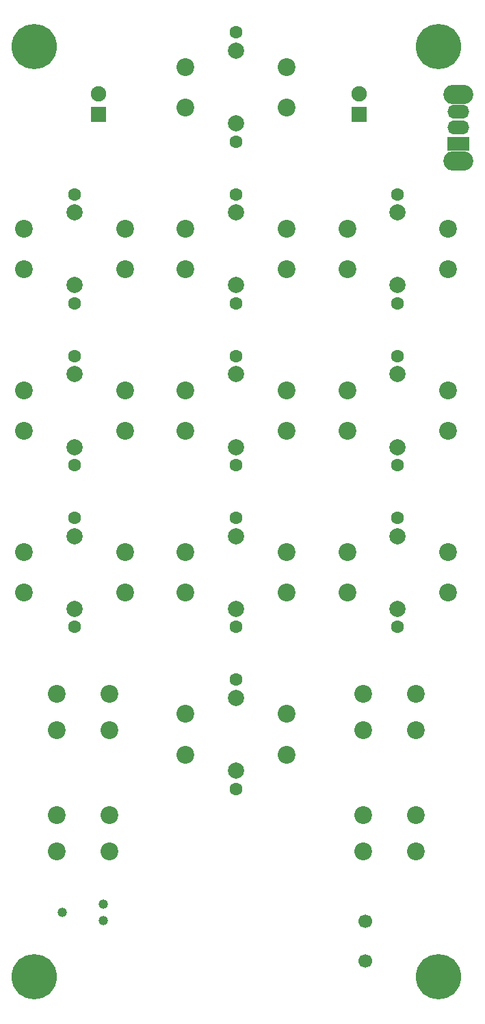
<source format=gbr>
G04 #@! TF.GenerationSoftware,KiCad,Pcbnew,(5.1.4)-1*
G04 #@! TF.CreationDate,2019-10-23T11:26:40-04:00*
G04 #@! TF.ProjectId,MerlinGame,4d65726c-696e-4476-916d-652e6b696361,A*
G04 #@! TF.SameCoordinates,Original*
G04 #@! TF.FileFunction,Soldermask,Bot*
G04 #@! TF.FilePolarity,Negative*
%FSLAX46Y46*%
G04 Gerber Fmt 4.6, Leading zero omitted, Abs format (unit mm)*
G04 Created by KiCad (PCBNEW (5.1.4)-1) date 2019-10-23 11:26:40*
%MOMM*%
%LPD*%
G04 APERTURE LIST*
%ADD10O,1.900000X1.900000*%
%ADD11R,1.900000X1.900000*%
%ADD12C,5.600000*%
%ADD13O,3.700000X2.400000*%
%ADD14O,2.700000X1.700000*%
%ADD15R,2.700000X1.700000*%
%ADD16C,1.190600*%
%ADD17C,1.700000*%
%ADD18C,2.200000*%
%ADD19C,2.000000*%
%ADD20C,1.600000*%
G04 APERTURE END LIST*
D10*
X63000000Y-50800000D03*
D11*
X63000000Y-53340000D03*
D10*
X95250000Y-50800000D03*
D11*
X95250000Y-53340000D03*
D12*
X105000000Y-45000000D03*
X55000000Y-160000000D03*
X105000000Y-160000000D03*
X55000000Y-45000000D03*
D13*
X107500000Y-50900000D03*
X107500000Y-59100000D03*
D14*
X107500000Y-53000000D03*
X107500000Y-55000000D03*
D15*
X107500000Y-57000000D03*
D16*
X58460000Y-152000000D03*
X63540000Y-153016000D03*
X63540000Y-150984000D03*
D17*
X96000000Y-153120000D03*
X96000000Y-158000000D03*
D18*
X102225000Y-140000000D03*
X102225000Y-144500000D03*
X95725000Y-140000000D03*
X95725000Y-144500000D03*
X64275000Y-140000000D03*
X64275000Y-144500000D03*
X57775000Y-140000000D03*
X57775000Y-144500000D03*
X102225000Y-125000000D03*
X102225000Y-129500000D03*
X95725000Y-125000000D03*
X95725000Y-129500000D03*
X64275000Y-125000000D03*
X64275000Y-129500000D03*
X57775000Y-125000000D03*
X57775000Y-129500000D03*
D19*
X80000000Y-134500000D03*
X80000000Y-125500000D03*
D20*
X80000000Y-136750000D03*
X80000000Y-123250000D03*
D18*
X73750000Y-132500000D03*
X73750000Y-127500000D03*
X86250000Y-132500000D03*
X86250000Y-127500000D03*
D19*
X100000000Y-114500000D03*
X100000000Y-105500000D03*
D20*
X100000000Y-116750000D03*
X100000000Y-103250000D03*
D18*
X93750000Y-112500000D03*
X93750000Y-107500000D03*
X106250000Y-112500000D03*
X106250000Y-107500000D03*
D19*
X80000000Y-114500000D03*
X80000000Y-105500000D03*
D20*
X80000000Y-116750000D03*
X80000000Y-103250000D03*
D18*
X73750000Y-112500000D03*
X73750000Y-107500000D03*
X86250000Y-112500000D03*
X86250000Y-107500000D03*
D19*
X60000000Y-114500000D03*
X60000000Y-105500000D03*
D20*
X60000000Y-116750000D03*
X60000000Y-103250000D03*
D18*
X53750000Y-112500000D03*
X53750000Y-107500000D03*
X66250000Y-112500000D03*
X66250000Y-107500000D03*
D19*
X100000000Y-94500000D03*
X100000000Y-85500000D03*
D20*
X100000000Y-96750000D03*
X100000000Y-83250000D03*
D18*
X93750000Y-92500000D03*
X93750000Y-87500000D03*
X106250000Y-92500000D03*
X106250000Y-87500000D03*
D19*
X80000000Y-94500000D03*
X80000000Y-85500000D03*
D20*
X80000000Y-96750000D03*
X80000000Y-83250000D03*
D18*
X73750000Y-92500000D03*
X73750000Y-87500000D03*
X86250000Y-92500000D03*
X86250000Y-87500000D03*
D19*
X60000000Y-94500000D03*
X60000000Y-85500000D03*
D20*
X60000000Y-96750000D03*
X60000000Y-83250000D03*
D18*
X53750000Y-92500000D03*
X53750000Y-87500000D03*
X66250000Y-92500000D03*
X66250000Y-87500000D03*
D19*
X100000000Y-74500000D03*
X100000000Y-65500000D03*
D20*
X100000000Y-76750000D03*
X100000000Y-63250000D03*
D18*
X93750000Y-72500000D03*
X93750000Y-67500000D03*
X106250000Y-72500000D03*
X106250000Y-67500000D03*
D19*
X80000000Y-74500000D03*
X80000000Y-65500000D03*
D20*
X80000000Y-76750000D03*
X80000000Y-63250000D03*
D18*
X73750000Y-72500000D03*
X73750000Y-67500000D03*
X86250000Y-72500000D03*
X86250000Y-67500000D03*
D19*
X60000000Y-74500000D03*
X60000000Y-65500000D03*
D20*
X60000000Y-76750000D03*
X60000000Y-63250000D03*
D18*
X53750000Y-72500000D03*
X53750000Y-67500000D03*
X66250000Y-72500000D03*
X66250000Y-67500000D03*
D19*
X80000000Y-54500000D03*
X80000000Y-45500000D03*
D20*
X80000000Y-56750000D03*
X80000000Y-43250000D03*
D18*
X73750000Y-52500000D03*
X73750000Y-47500000D03*
X86250000Y-52500000D03*
X86250000Y-47500000D03*
M02*

</source>
